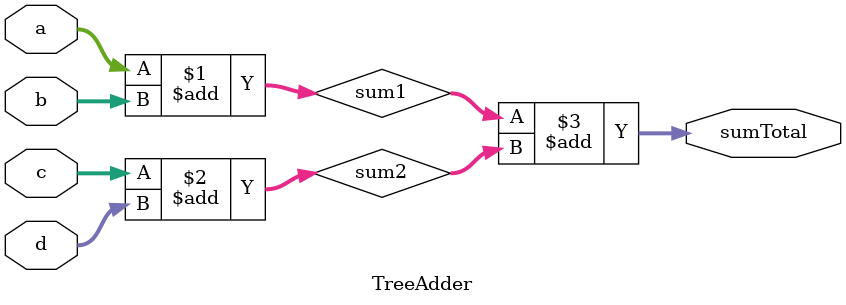
<source format=v>
module TreeAdder(
		input [3:0]a , 
		input [3:0]b , 
		input [7:0]c , 
		input [7:0]d ,
		output [9:0] sumTotal
	);

	wire [4:0]sum1 ;
	wire [8:0]sum2 ;

	assign sum1 = a + b ;
	assign sum2 = c + d ;
	assign sumTotal = sum1 + sum2 ;

endmodule

</source>
